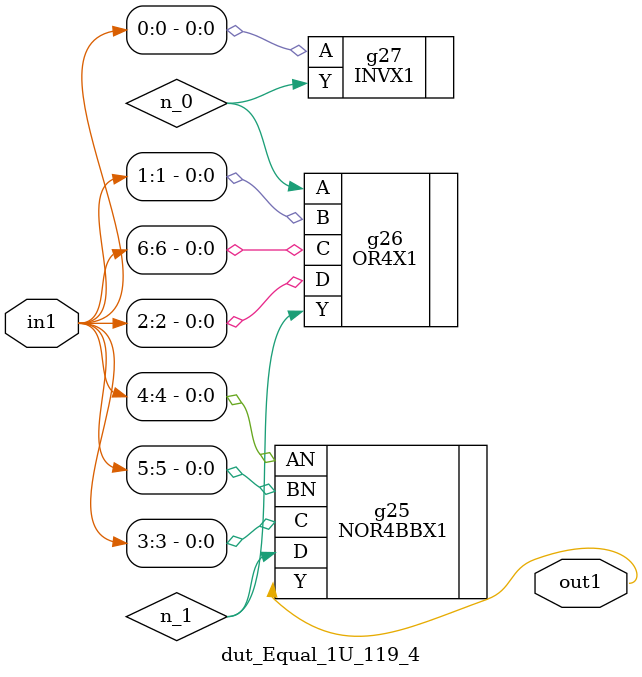
<source format=v>
`timescale 1ps / 1ps


module dut_Equal_1U_119_4(in1, out1);
  input [6:0] in1;
  output out1;
  wire [6:0] in1;
  wire out1;
  wire n_0, n_1;
  NOR4BBX1 g25(.AN (in1[4]), .BN (in1[5]), .C (in1[3]), .D (n_1), .Y
       (out1));
  OR4X1 g26(.A (n_0), .B (in1[1]), .C (in1[6]), .D (in1[2]), .Y (n_1));
  INVX1 g27(.A (in1[0]), .Y (n_0));
endmodule



</source>
